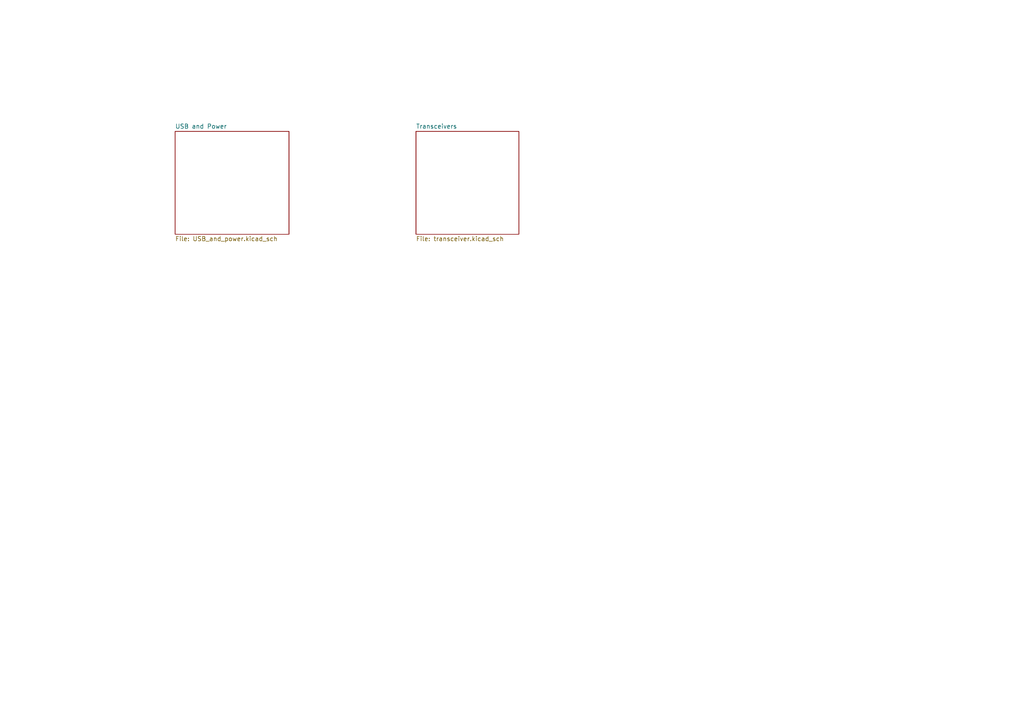
<source format=kicad_sch>
(kicad_sch (version 20211123) (generator eeschema)
  (paper "A4")
  (title_block (title "Imperial Debugger") (date "2022-01-01") (rev "0.9") (company "Achenarian Empire") (comment 1 "Drawn by: Marc Kelly"))
  (lib_symbols)
  (sheet (at 50.8 38.1) (size 33.02 29.845)
    (property "Sheet name" "USB and Power" (at 50.8 37.3884 0) (effects (justify left bottom)))
    (property "Sheet file" "USB_and_power.kicad_sch" (at 50.8 68.5296 0) (effects (justify left top)))
  )
  (sheet (at 120.65 38.1) (size 29.845 29.845)
    (property "Sheet name" "Transceivers" (at 120.65 37.3884 0) (effects (justify left bottom)))
    (property "Sheet file" "transceiver.kicad_sch" (at 120.65 68.5296 0) (effects (justify left top)))
  )
)
</source>
